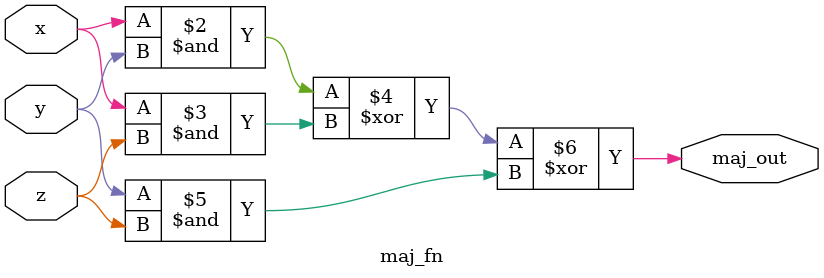
<source format=v>
module maj_fn(
	input x, y, z,
	output reg maj_out
);

	initial begin
		maj_out = (x & y) ^ (x & z) ^ (y & z);
	end
endmodule

</source>
